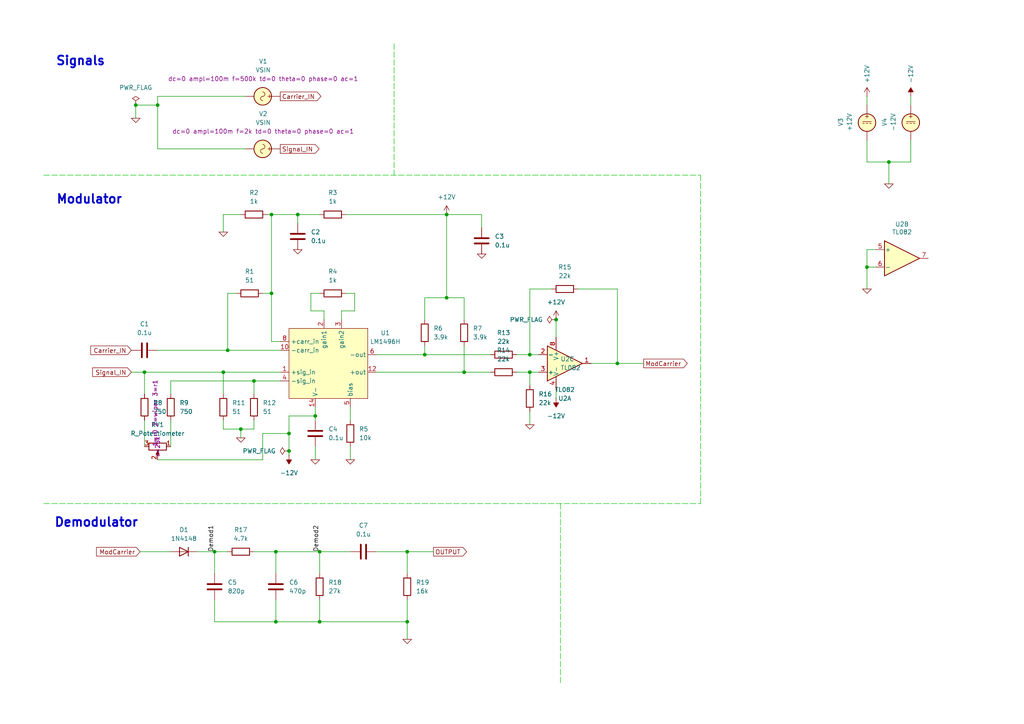
<source format=kicad_sch>
(kicad_sch (version 20231120) (generator "eeschema") (generator_version "8.0")
  (paper "A4")
  (title_block (title "AM_Modulation_Demodulation(LAB)") (date "2024-04-27") (rev "0") (company "TasosFrago"))
  (lib_symbols
    (symbol "Amplifier_Operational:TL082" (pin_names (offset 0.127))
      (property "Reference" "U" (at 0 5.08 0))
      (property "Value" "TL082" (at 0 -5.08 0))
      (symbol "TL082_1_1"
        (polyline (pts (xy -5.08 5.08) (xy 5.08 0) (xy -5.08 -5.08) (xy -5.08 5.08)) (stroke (width 0.254)) (fill (type background)))
        (pin output line (at 7.62 0 180) (length 2.54) (name "~") (number "1"))
        (pin input line (at -7.62 -2.54 0) (length 2.54) (name "-") (number "2"))
        (pin input line (at -7.62 2.54 0) (length 2.54) (name "+") (number "3"))
      )
      (symbol "TL082_2_1"
        (polyline (pts (xy -5.08 5.08) (xy 5.08 0) (xy -5.08 -5.08) (xy -5.08 5.08)) (stroke (width 0.254)) (fill (type background)))
        (pin input line (at -7.62 2.54 0) (length 2.54) (name "+") (number "5"))
        (pin input line (at -7.62 -2.54 0) (length 2.54) (name "-") (number "6"))
        (pin output line (at 7.62 0 180) (length 2.54) (name "~") (number "7"))
      )
      (symbol "TL082_3_1"
        (pin power_in line (at -2.54 -7.62 90) (length 3.81) (name "V-") (number "4"))
        (pin power_in line (at -2.54 7.62 270) (length 3.81) (name "V+") (number "8"))
      )
    )
    (symbol "Device:C" (pin_numbers hide) (pin_names (offset 0.254))
      (property "Reference" "C" (at 0.635 2.54 0))
      (property "Value" "C" (at 0.635 -2.54 0))
      (symbol "C_0_1"
        (polyline (pts (xy -2.032 -0.762) (xy 2.032 -0.762)) (stroke (width 0.508)))
        (polyline (pts (xy -2.032 0.762) (xy 2.032 0.762)) (stroke (width 0.508)))
      )
      (symbol "C_1_1"
        (pin passive line (at 0 3.81 270) (length 2.794) (name "~") (number "1"))
        (pin passive line (at 0 -3.81 90) (length 2.794) (name "~") (number "2"))
      )
    )
    (symbol "Device:R" (pin_numbers hide) (pin_names (offset 0))
      (property "Reference" "R" (at 2.032 0 90))
      (property "Value" "R" (at 0 0 90))
      (symbol "R_0_1"
        (rectangle (start -1.016 -2.54) (end 1.016 2.54) (stroke (width 0.254)))
      )
      (symbol "R_1_1"
        (pin passive line (at 0 3.81 270) (length 1.27) (name "~") (number "1"))
        (pin passive line (at 0 -3.81 90) (length 1.27) (name "~") (number "2"))
      )
    )
    (symbol "Device:R_Potentiometer" (pin_names (offset 1.016) hide)
      (property "Reference" "RV" (at -4.445 0 90))
      (property "Value" "R_Potentiometer" (at -2.54 0 90))
      (symbol "R_Potentiometer_0_1"
        (polyline (pts (xy 2.54 0) (xy 1.524 0)))
        (polyline (pts (xy 1.143 0) (xy 2.286 0.508) (xy 2.286 -0.508) (xy 1.143 0)) (fill (type outline)))
        (rectangle (start 1.016 2.54) (end -1.016 -2.54) (stroke (width 0.254)))
      )
      (symbol "R_Potentiometer_1_1"
        (pin passive line (at 0 3.81 270) (length 1.27) (name "1") (number "1"))
        (pin passive line (at 3.81 0 180) (length 1.27) (name "2") (number "2"))
        (pin passive line (at 0 -3.81 90) (length 1.27) (name "3") (number "3"))
      )
    )
    (symbol "Diode:1N4148" (pin_numbers hide) (pin_names hide)
      (property "Reference" "D" (at 0 2.54 0))
      (property "Value" "1N4148" (at 0 -2.54 0))
      (symbol "1N4148_0_1"
        (polyline (pts (xy -1.27 1.27) (xy -1.27 -1.27)) (stroke (width 0.254)))
        (polyline (pts (xy 1.27 0) (xy -1.27 0)))
        (polyline (pts (xy 1.27 1.27) (xy 1.27 -1.27) (xy -1.27 0) (xy 1.27 1.27)) (stroke (width 0.254)))
      )
      (symbol "1N4148_1_1"
        (pin passive line (at -3.81 0 0) (length 2.54) (name "K") (number "1"))
        (pin passive line (at 3.81 0 180) (length 2.54) (name "A") (number "2"))
      )
    )
    (symbol "LM1496H:LM1496H"
      (property "Reference" "U" (at 0 0 0))
      (property "Value" "LM1496H" (at 0 0 0))
      (symbol "LM1496H_1_1"
        (rectangle (start -11.43 10.16) (end 11.43 -10.16) (fill (type background)))
        (pin input line (at -13.97 -2.54 0) (length 2.54) (name "+sig_in") (number "1"))
        (pin input line (at -13.97 3.81 0) (length 2.54) (name "-carr_in") (number "10"))
        (pin output line (at 13.97 -2.54 180) (length 2.54) (name "+out") (number "12"))
        (pin input line (at -3.81 -12.7 90) (length 2.54) (name "V-") (number "14"))
        (pin passive line (at -1.27 12.7 270) (length 2.54) (name "gain1") (number "2"))
        (pin passive line (at 3.81 12.7 270) (length 2.54) (name "gain2") (number "3"))
        (pin input line (at -13.97 -5.08 0) (length 2.54) (name "-sig_in") (number "4"))
        (pin passive line (at 6.35 -12.7 90) (length 2.54) (name "bias") (number "5"))
        (pin output line (at 13.97 2.54 180) (length 2.54) (name "-out") (number "6"))
        (pin input line (at -13.97 6.35 0) (length 2.54) (name "+carr_in") (number "8"))
      )
    )
    (symbol "Simulation_SPICE:0" (power) (pin_numbers hide) (pin_names (offset 0) hide)
      (property "Value" "0" (at 0 -2.54 0))
      (symbol "0_0_1"
        (polyline (pts (xy -1.27 0) (xy 0 -1.27) (xy 1.27 0) (xy -1.27 0)))
      )
      (symbol "0_1_1"
        (pin power_in line (at 0 0 0) (length 0) (name "~") (number "1"))
      )
    )
    (symbol "Simulation_SPICE:VDC" (pin_numbers hide) (pin_names (offset 0.0254))
      (property "Reference" "V" (at 2.54 2.54 0))
      (property "Value" "1" (at 2.54 0 0))
      (symbol "VDC_0_0"
        (polyline (pts (xy -1.27 0.254) (xy 1.27 0.254)))
        (polyline (pts (xy -0.762 -0.254) (xy -1.27 -0.254)))
        (polyline (pts (xy 0.254 -0.254) (xy -0.254 -0.254)))
        (polyline (pts (xy 1.27 -0.254) (xy 0.762 -0.254)))
        (text "+" (at 0 1.905 0) (effects (font (size 1.27 1.27))))
      )
      (symbol "VDC_0_1"
        (circle (center 0 0) (radius 2.54) (stroke (width 0.254)) (fill (type background)))
      )
      (symbol "VDC_1_1"
        (pin passive line (at 0 5.08 270) (length 2.54) (name "~") (number "1"))
        (pin passive line (at 0 -5.08 90) (length 2.54) (name "~") (number "2"))
      )
    )
    (symbol "Simulation_SPICE:VSIN" (pin_numbers hide) (pin_names (offset 0.0254))
      (property "Reference" "V" (at 2.54 2.54 0))
      (property "Value" "VSIN" (at 2.54 0 0))
      (property "Sim.Params" "dc=0 ampl=1 f=1k ac=1" (at 2.54 -2.54 0))
      (symbol "VSIN_0_0"
        (arc (start 0 0) (mid -0.635 0.6323) (end -1.27 0))
        (arc (start 0 0) (mid 0.635 -0.6323) (end 1.27 0))
        (text "+" (at 0 1.905 0) (effects (font (size 1.27 1.27))))
      )
      (symbol "VSIN_0_1"
        (circle (center 0 0) (radius 2.54) (stroke (width 0.254)) (fill (type background)))
      )
      (symbol "VSIN_1_1"
        (pin passive line (at 0 5.08 270) (length 2.54) (name "~") (number "1"))
        (pin passive line (at 0 -5.08 90) (length 2.54) (name "~") (number "2"))
      )
    )
    (symbol "power:+12V" (power) (pin_numbers hide) (pin_names (offset 0) hide)
      (property "Value" "+12V" (at 0 3.556 0))
      (symbol "+12V_0_1"
        (polyline (pts (xy -0.762 1.27) (xy 0 2.54)))
        (polyline (pts (xy 0 0) (xy 0 2.54)))
        (polyline (pts (xy 0 2.54) (xy 0.762 1.27)))
      )
      (symbol "+12V_1_1"
        (pin power_in line (at 0 0 90) (length 0) (name "~") (number "1"))
      )
    )
    (symbol "power:-12V" (power) (pin_numbers hide) (pin_names (offset 0) hide)
      (property "Value" "-12V" (at 0 3.556 0))
      (symbol "-12V_0_0"
        (pin power_in line (at 0 0 90) (length 0) (name "~") (number "1"))
      )
      (symbol "-12V_0_1"
        (polyline (pts (xy 0 0) (xy 0 1.27) (xy 0.762 1.27) (xy 0 2.54) (xy -0.762 1.27) (xy 0 1.27)) (fill (type outline)))
      )
    )
    (symbol "power:PWR_FLAG" (power) (pin_numbers hide) (pin_names (offset 0) hide)
      (property "Value" "PWR_FLAG" (at 0 3.81 0))
      (symbol "PWR_FLAG_0_0"
        (pin power_out line (at 0 0 90) (length 0) (name "~") (number "1"))
      )
      (symbol "PWR_FLAG_0_1"
        (polyline (pts (xy 0 0) (xy 0 1.27) (xy -1.016 1.905) (xy 0 2.54) (xy 1.016 1.905) (xy 0 1.27)))
      )
    )
  )
  (junction (at 123.19 102.87))
  (junction (at 92.71 180.34))
  (junction (at 134.62 107.95))
  (junction (at 83.82 130.81))
  (junction (at 83.82 125.73))
  (junction (at 251.46 77.47))
  (junction (at 86.36 62.23))
  (junction (at 129.54 62.23))
  (junction (at 39.37 30.48))
  (junction (at 153.67 107.95))
  (junction (at 161.29 92.71))
  (junction (at 257.81 46.99))
  (junction (at 78.74 62.23))
  (junction (at 179.07 105.41))
  (junction (at 64.77 107.95))
  (junction (at 118.11 180.34))
  (junction (at 80.01 180.34))
  (junction (at 92.71 160.02))
  (junction (at 153.67 102.87))
  (junction (at 45.72 30.48))
  (junction (at 80.01 160.02))
  (junction (at 129.54 86.36))
  (junction (at 118.11 160.02))
  (junction (at 62.23 160.02))
  (junction (at 41.91 107.95))
  (junction (at 69.85 124.46))
  (junction (at 78.74 85.09))
  (junction (at 91.44 120.65))
  (junction (at 66.04 101.6))
  (junction (at 73.66 110.49))
  (wire (pts (xy 101.6 118.11) (xy 101.6 121.92)))
  (wire (pts (xy 134.62 107.95) (xy 134.62 100.33)))
  (polyline (pts (xy 114.3 12.7) (xy 114.3 50.8)) (stroke (width 0) (type dash) (color 0 194 0 1)))
  (wire (pts (xy 153.67 107.95) (xy 156.21 107.95)))
  (wire (pts (xy 78.74 62.23) (xy 77.47 62.23)))
  (wire (pts (xy 62.23 160.02) (xy 66.04 160.02)))
  (wire (pts (xy 129.54 62.23) (xy 129.54 86.36)))
  (wire (pts (xy 134.62 92.71) (xy 134.62 86.36)))
  (wire (pts (xy 73.66 121.92) (xy 73.66 124.46)))
  (wire (pts (xy 251.46 72.39) (xy 251.46 77.47)))
  (wire (pts (xy 73.66 124.46) (xy 69.85 124.46)))
  (wire (pts (xy 139.7 62.23) (xy 129.54 62.23)))
  (wire (pts (xy 78.74 85.09) (xy 78.74 62.23)))
  (wire (pts (xy 76.2 125.73) (xy 83.82 125.73)))
  (wire (pts (xy 257.81 46.99) (xy 257.81 53.34)))
  (wire (pts (xy 80.01 173.99) (xy 80.01 180.34)))
  (wire (pts (xy 71.12 27.94) (xy 45.72 27.94)))
  (wire (pts (xy 64.77 107.95) (xy 81.28 107.95)))
  (wire (pts (xy 66.04 101.6) (xy 66.04 85.09)))
  (wire (pts (xy 62.23 160.02) (xy 62.23 166.37)))
  (wire (pts (xy 80.01 180.34) (xy 92.71 180.34)))
  (wire (pts (xy 83.82 132.08) (xy 83.82 130.81)))
  (wire (pts (xy 83.82 130.81) (xy 83.82 125.73)))
  (wire (pts (xy 254 72.39) (xy 251.46 72.39)))
  (wire (pts (xy 153.67 119.38) (xy 153.67 123.19)))
  (wire (pts (xy 86.36 62.23) (xy 86.36 64.77)))
  (wire (pts (xy 134.62 107.95) (xy 142.24 107.95)))
  (wire (pts (xy 80.01 160.02) (xy 73.66 160.02)))
  (wire (pts (xy 66.04 85.09) (xy 68.58 85.09)))
  (wire (pts (xy 101.6 129.54) (xy 101.6 133.35)))
  (wire (pts (xy 92.71 166.37) (xy 92.71 160.02)))
  (wire (pts (xy 45.72 27.94) (xy 45.72 30.48)))
  (wire (pts (xy 179.07 83.82) (xy 167.64 83.82)))
  (wire (pts (xy 264.16 46.99) (xy 257.81 46.99)))
  (wire (pts (xy 90.17 85.09) (xy 92.71 85.09)))
  (wire (pts (xy 45.72 43.18) (xy 71.12 43.18)))
  (wire (pts (xy 92.71 173.99) (xy 92.71 180.34)))
  (wire (pts (xy 83.82 120.65) (xy 91.44 120.65)))
  (wire (pts (xy 257.81 46.99) (xy 251.46 46.99)))
  (wire (pts (xy 179.07 105.41) (xy 186.69 105.41)))
  (wire (pts (xy 49.53 110.49) (xy 49.53 114.3)))
  (wire (pts (xy 153.67 102.87) (xy 156.21 102.87)))
  (wire (pts (xy 86.36 62.23) (xy 92.71 62.23)))
  (wire (pts (xy 64.77 107.95) (xy 64.77 114.3)))
  (wire (pts (xy 91.44 118.11) (xy 91.44 120.65)))
  (wire (pts (xy 251.46 46.99) (xy 251.46 40.64)))
  (wire (pts (xy 64.77 62.23) (xy 69.85 62.23)))
  (wire (pts (xy 90.17 90.17) (xy 90.17 85.09)))
  (wire (pts (xy 129.54 62.23) (xy 100.33 62.23)))
  (wire (pts (xy 80.01 180.34) (xy 62.23 180.34)))
  (wire (pts (xy 129.54 86.36) (xy 123.19 86.36)))
  (wire (pts (xy 123.19 102.87) (xy 142.24 102.87)))
  (wire (pts (xy 64.77 124.46) (xy 64.77 121.92)))
  (wire (pts (xy 81.28 99.06) (xy 78.74 99.06)))
  (wire (pts (xy 102.87 85.09) (xy 100.33 85.09)))
  (wire (pts (xy 45.72 30.48) (xy 45.72 43.18)))
  (wire (pts (xy 161.29 92.71) (xy 161.29 97.79)))
  (wire (pts (xy 171.45 105.41) (xy 179.07 105.41)))
  (wire (pts (xy 118.11 160.02) (xy 109.22 160.02)))
  (wire (pts (xy 109.22 107.95) (xy 134.62 107.95)))
  (wire (pts (xy 153.67 107.95) (xy 149.86 107.95)))
  (wire (pts (xy 251.46 77.47) (xy 254 77.47)))
  (wire (pts (xy 102.87 90.17) (xy 102.87 85.09)))
  (wire (pts (xy 69.85 124.46) (xy 69.85 127)))
  (wire (pts (xy 80.01 160.02) (xy 92.71 160.02)))
  (wire (pts (xy 118.11 160.02) (xy 118.11 166.37)))
  (polyline (pts (xy 12.7 146.05) (xy 203.2 146.05)) (stroke (width 0) (type dash) (color 0 194 0 1)))
  (wire (pts (xy 179.07 105.41) (xy 179.07 83.82)))
  (wire (pts (xy 83.82 125.73) (xy 83.82 120.65)))
  (wire (pts (xy 93.98 92.71) (xy 93.98 90.17)))
  (wire (pts (xy 92.71 180.34) (xy 118.11 180.34)))
  (wire (pts (xy 57.15 160.02) (xy 62.23 160.02)))
  (wire (pts (xy 123.19 102.87) (xy 123.19 100.33)))
  (wire (pts (xy 81.28 110.49) (xy 73.66 110.49)))
  (wire (pts (xy 153.67 83.82) (xy 153.67 102.87)))
  (wire (pts (xy 99.06 92.71) (xy 99.06 90.17)))
  (wire (pts (xy 41.91 107.95) (xy 41.91 114.3)))
  (wire (pts (xy 39.37 30.48) (xy 45.72 30.48)))
  (wire (pts (xy 39.37 30.48) (xy 39.37 34.29)))
  (wire (pts (xy 118.11 173.99) (xy 118.11 180.34)))
  (wire (pts (xy 45.72 101.6) (xy 66.04 101.6)))
  (wire (pts (xy 92.71 160.02) (xy 101.6 160.02)))
  (polyline (pts (xy 12.7 50.8) (xy 203.2 50.8)) (stroke (width 0) (type dash) (color 0 194 0 1)))
  (wire (pts (xy 62.23 180.34) (xy 62.23 173.99)))
  (wire (pts (xy 264.16 40.64) (xy 264.16 46.99)))
  (wire (pts (xy 38.1 107.95) (xy 41.91 107.95)))
  (wire (pts (xy 91.44 129.54) (xy 91.44 133.35)))
  (wire (pts (xy 69.85 124.46) (xy 64.77 124.46)))
  (wire (pts (xy 40.64 160.02) (xy 49.53 160.02)))
  (wire (pts (xy 41.91 107.95) (xy 64.77 107.95)))
  (wire (pts (xy 134.62 86.36) (xy 129.54 86.36)))
  (wire (pts (xy 41.91 121.92) (xy 41.91 129.54)))
  (wire (pts (xy 139.7 66.04) (xy 139.7 62.23)))
  (wire (pts (xy 153.67 111.76) (xy 153.67 107.95)))
  (wire (pts (xy 91.44 120.65) (xy 91.44 121.92)))
  (wire (pts (xy 45.72 133.35) (xy 76.2 133.35)))
  (wire (pts (xy 125.73 160.02) (xy 118.11 160.02)))
  (wire (pts (xy 49.53 121.92) (xy 49.53 129.54)))
  (wire (pts (xy 93.98 90.17) (xy 90.17 90.17)))
  (wire (pts (xy 160.02 83.82) (xy 153.67 83.82)))
  (wire (pts (xy 99.06 90.17) (xy 102.87 90.17)))
  (wire (pts (xy 66.04 101.6) (xy 81.28 101.6)))
  (wire (pts (xy 76.2 85.09) (xy 78.74 85.09)))
  (wire (pts (xy 123.19 86.36) (xy 123.19 92.71)))
  (wire (pts (xy 149.86 102.87) (xy 153.67 102.87)))
  (wire (pts (xy 251.46 77.47) (xy 251.46 83.82)))
  (wire (pts (xy 161.29 113.03) (xy 161.29 115.57)))
  (wire (pts (xy 73.66 110.49) (xy 73.66 114.3)))
  (wire (pts (xy 73.66 110.49) (xy 49.53 110.49)))
  (wire (pts (xy 264.16 27.94) (xy 264.16 30.48)))
  (polyline (pts (xy 203.2 50.8) (xy 203.2 146.05)) (stroke (width 0) (type dash) (color 0 194 0 1)))
  (wire (pts (xy 76.2 133.35) (xy 76.2 125.73)))
  (polyline (pts (xy 162.56 146.05) (xy 162.56 198.12)) (stroke (width 0) (type dash) (color 0 194 0 1)))
  (wire (pts (xy 109.22 102.87) (xy 123.19 102.87)))
  (wire (pts (xy 78.74 99.06) (xy 78.74 85.09)))
  (wire (pts (xy 118.11 180.34) (xy 118.11 185.42)))
  (wire (pts (xy 251.46 27.94) (xy 251.46 30.48)))
  (wire (pts (xy 64.77 67.31) (xy 64.77 62.23)))
  (wire (pts (xy 78.74 62.23) (xy 86.36 62.23)))
  (wire (pts (xy 80.01 166.37) (xy 80.01 160.02)))
  (text "Demodulator" (at 27.94 151.638 0) (effects (font (size 2.54 2.54) (bold yes))))
  (text "Signals" (at 23.368 17.78 0) (effects (font (size 2.54 2.54) (bold yes))))
  (text "Modulator" (at 25.908 57.912 0) (effects (font (size 2.54 2.54) (thickness 0.508) (bold yes))))
  (label "Demod2" (at 92.71 160.02 90))
  (label "Demod1" (at 62.23 160.02 90))
  (global_label "ModCarrier" (shape input) (at 40.64 160.02 180) (property "Intersheetrefs" "${INTERSHEET_REFS}" (effects (hide yes))))
  (global_label "Signal_IN" (shape output) (at 81.28 43.18 0) (property "Intersheetrefs" "${INTERSHEET_REFS}" (effects (hide yes))))
  (global_label "Signal_IN" (shape input) (at 38.1 107.95 180) (property "Intersheetrefs" "${INTERSHEET_REFS}" (effects (hide yes))))
  (global_label "Carrier_IN" (shape input) (at 38.1 101.6 180) (property "Intersheetrefs" "${INTERSHEET_REFS}" (effects (hide yes))))
  (global_label "OUTPUT" (shape output) (at 125.73 160.02 0) (property "Intersheetrefs" "${INTERSHEET_REFS}" (effects (hide yes))))
  (global_label "Carrier_IN" (shape output) (at 81.28 27.94 0) (property "Intersheetrefs" "${INTERSHEET_REFS}" (effects (hide yes))))
  (global_label "ModCarrier" (shape output) (at 186.69 105.41 0) (property "Intersheetrefs" "${INTERSHEET_REFS}" (effects (hide yes))))
  (symbol (lib_id "power:+12V") (at 129.54 62.23 0) (unit 1)
    (property "Reference" "#PWR02" (effects (hide yes)))
    (property "Value" "+12V" (at 129.54 57.15 0))
    (property "Description" "Power symbol creates a global label with name \"+12V\"" (effects (hide yes)))
  )
  (symbol (lib_id "Device:R") (at 64.77 118.11 180) (unit 1)
    (property "Reference" "R11" (at 67.31 116.8399 0) (effects (justify right)))
    (property "Value" "51" (at 67.31 119.3799 0) (effects (justify right)))
    (property "Description" "Resistor" (effects (hide yes)))
  )
  (symbol (lib_id "Device:R_Potentiometer") (at 45.72 129.54 270) (unit 1)
    (property "Reference" "RV1" (at 45.72 123.19 90))
    (property "Value" "R_Potentiometer" (at 45.72 125.73 90))
    (property "Description" "Potentiometer" (effects (hide yes)))
    (property "Sim.Device" "R" (effects (hide yes)))
    (property "Sim.Type" "POT" (effects (hide yes)))
    (property "Sim.Pins" "1=r0 2=wiper 3=r1" (at 45.72 129.54 0) (effects (justify right top)))
    (property "Sim.Params" "r=25k" (at 45.72 129.54 0))
  )
  (symbol (lib_id "power:PWR_FLAG") (at 83.82 130.81 90) (unit 1)
    (property "Reference" "#FLG03" (effects (hide yes)))
    (property "Value" "PWR_FLAG" (at 80.01 130.8099 90) (effects (justify left)))
    (property "Description" "Special symbol for telling ERC where power comes from" (effects (hide yes)))
  )
  (symbol (lib_id "power:-12V") (at 161.29 115.57 180) (unit 1)
    (property "Reference" "#PWR04" (effects (hide yes)))
    (property "Value" "-12V" (at 161.29 120.65 0))
    (property "Description" "Power symbol creates a global label with name \"-12V\"" (effects (hide yes)))
  )
  (symbol (lib_id "power:-12V") (at 264.16 27.94 0) (unit 1)
    (property "Reference" "#PWR05" (effects (hide yes)))
    (property "Value" "-12V" (at 264.1599 24.13 90) (effects (justify left)))
    (property "Description" "Power symbol creates a global label with name \"-12V\"" (effects (hide yes)))
  )
  (symbol (lib_id "power:+12V") (at 161.29 92.71 0) (unit 1)
    (property "Reference" "#PWR03" (effects (hide yes)))
    (property "Value" "+12V" (at 161.29 87.63 0))
    (property "Description" "Power symbol creates a global label with name \"+12V\"" (effects (hide yes)))
  )
  (symbol (lib_id "power:PWR_FLAG") (at 161.29 92.71 90) (unit 1)
    (property "Reference" "#FLG01" (effects (hide yes)))
    (property "Value" "PWR_FLAG" (at 157.48 92.7099 90) (effects (justify left)))
    (property "Description" "Special symbol for telling ERC where power comes from" (effects (hide yes)))
  )
  (symbol (lib_id "Device:C") (at 86.36 68.58 0) (unit 1)
    (property "Reference" "C2" (at 90.17 67.3099 0) (effects (justify left)))
    (property "Value" "0.1u" (at 90.17 69.8499 0) (effects (justify left)))
    (property "Description" "Unpolarized capacitor" (effects (hide yes)))
  )
  (symbol (lib_id "Device:R") (at 146.05 102.87 90) (unit 1)
    (property "Reference" "R13" (at 146.05 96.52 90))
    (property "Value" "22k" (at 146.05 99.06 90))
    (property "Description" "Resistor" (effects (hide yes)))
  )
  (symbol (lib_id "Simulation_SPICE:0") (at 39.37 34.29 0) (unit 1)
    (property "Reference" "#GND08" (effects (hide yes)))
    (property "Value" "0" (effects (hide yes)))
    (property "Datasheet" "https://ngspice.sourceforge.io/docs/ngspice-html-manual/manual.xhtml#subsec_Circuit_elements__device" (effects (hide yes)))
    (property "Description" "0V reference potential for simulation" (effects (hide yes)))
  )
  (symbol (lib_id "Simulation_SPICE:0") (at 101.6 133.35 0) (unit 1)
    (property "Reference" "#GND04" (effects (hide yes)))
    (property "Value" "0" (effects (hide yes)))
    (property "Datasheet" "https://ngspice.sourceforge.io/docs/ngspice-html-manual/manual.xhtml#subsec_Circuit_elements__device" (effects (hide yes)))
    (property "Description" "0V reference potential for simulation" (effects (hide yes)))
  )
  (symbol (lib_id "Simulation_SPICE:0") (at 64.77 67.31 0) (unit 1)
    (property "Reference" "#GND03" (effects (hide yes)))
    (property "Value" "0" (effects (hide yes)))
    (property "Datasheet" "https://ngspice.sourceforge.io/docs/ngspice-html-manual/manual.xhtml#subsec_Circuit_elements__device" (effects (hide yes)))
    (property "Description" "0V reference potential for simulation" (effects (hide yes)))
  )
  (symbol (lib_id "Simulation_SPICE:VSIN") (at 76.2 27.94 270) (unit 1)
    (property "Reference" "V1" (at 76.3298 17.78 90))
    (property "Value" "VSIN" (at 76.3298 20.32 90))
    (property "Datasheet" "https://ngspice.sourceforge.io/docs/ngspice-html-manual/manual.xhtml#sec_Independent_Sources_for" (effects (hide yes)))
    (property "Description" "Voltage source, sinusoidal" (effects (hide yes)))
    (property "Sim.Pins" "1=+ 2=-" (effects (hide yes)))
    (property "Sim.Params" "dc=0 ampl=100m f=500k td=0 theta=0 phase=0 ac=1" (at 76.3298 22.86 90))
    (property "Sim.Type" "SIN" (effects (hide yes)))
    (property "Sim.Device" "V" (effects (hide yes)))
  )
  (symbol (lib_id "Device:R") (at 101.6 125.73 180) (unit 1)
    (property "Reference" "R5" (at 104.14 124.4599 0) (effects (justify right)))
    (property "Value" "10k" (at 104.14 126.9999 0) (effects (justify right)))
    (property "Description" "Resistor" (effects (hide yes)))
  )
  (symbol (lib_id "power:-12V") (at 83.82 132.08 180) (unit 1)
    (property "Reference" "#PWR01" (effects (hide yes)))
    (property "Value" "-12V" (at 83.82 137.16 0))
    (property "Description" "Power symbol creates a global label with name \"-12V\"" (effects (hide yes)))
  )
  (symbol (lib_id "Simulation_SPICE:0") (at 86.36 72.39 0) (unit 1)
    (property "Reference" "#GND02" (effects (hide yes)))
    (property "Value" "0" (effects (hide yes)))
    (property "Datasheet" "https://ngspice.sourceforge.io/docs/ngspice-html-manual/manual.xhtml#subsec_Circuit_elements__device" (effects (hide yes)))
    (property "Description" "0V reference potential for simulation" (effects (hide yes)))
  )
  (symbol (lib_id "Device:R") (at 73.66 118.11 180) (unit 1)
    (property "Reference" "R12" (at 76.2 116.8399 0) (effects (justify right)))
    (property "Value" "51" (at 76.2 119.3799 0) (effects (justify right)))
    (property "Description" "Resistor" (effects (hide yes)))
  )
  (symbol (lib_id "Device:R") (at 96.52 85.09 90) (unit 1)
    (property "Reference" "R4" (at 96.52 78.74 90))
    (property "Value" "1k" (at 96.52 81.28 90))
    (property "Description" "Resistor" (effects (hide yes)))
    (property "Sim.Device" "R" (effects (hide yes)))
    (property "Sim.Pins" "1=+ 2=-" (effects (hide yes)))
  )
  (symbol (lib_id "Simulation_SPICE:VDC") (at 251.46 35.56 0) (unit 1)
    (property "Reference" "V3" (at 243.84 35.4302 90))
    (property "Value" "+12V" (at 246.38 35.4302 90))
    (property "Datasheet" "https://ngspice.sourceforge.io/docs/ngspice-html-manual/manual.xhtml#sec_Independent_Sources_for" (effects (hide yes)))
    (property "Description" "Voltage source, DC" (effects (hide yes)))
    (property "Sim.Pins" "1=+ 2=-" (effects (hide yes)))
    (property "Sim.Type" "DC" (effects (hide yes)))
    (property "Sim.Device" "V" (effects (hide yes)))
  )
  (symbol (lib_id "Simulation_SPICE:0") (at 91.44 133.35 0) (unit 1)
    (property "Reference" "#GND05" (effects (hide yes)))
    (property "Value" "0" (effects (hide yes)))
    (property "Datasheet" "https://ngspice.sourceforge.io/docs/ngspice-html-manual/manual.xhtml#subsec_Circuit_elements__device" (effects (hide yes)))
    (property "Description" "0V reference potential for simulation" (effects (hide yes)))
  )
  (symbol (lib_id "Simulation_SPICE:0") (at 257.81 53.34 0) (unit 1)
    (property "Reference" "#GND09" (effects (hide yes)))
    (property "Value" "0" (effects (hide yes)))
    (property "Datasheet" "https://ngspice.sourceforge.io/docs/ngspice-html-manual/manual.xhtml#subsec_Circuit_elements__device" (effects (hide yes)))
    (property "Description" "0V reference potential for simulation" (effects (hide yes)))
  )
  (symbol (lib_id "power:+12V") (at 251.46 27.94 0) (unit 1)
    (property "Reference" "#PWR06" (effects (hide yes)))
    (property "Value" "+12V" (at 251.4599 24.13 90) (effects (justify left)))
    (property "Description" "Power symbol creates a global label with name \"+12V\"" (effects (hide yes)))
  )
  (symbol (lib_id "Device:R") (at 73.66 62.23 90) (unit 1)
    (property "Reference" "R2" (at 73.66 55.88 90))
    (property "Value" "1k" (at 73.66 58.42 90))
    (property "Description" "Resistor" (effects (hide yes)))
  )
  (symbol (lib_id "Device:C") (at 41.91 101.6 90) (unit 1)
    (property "Reference" "C1" (at 41.91 93.98 90))
    (property "Value" "0.1u" (at 41.91 96.52 90))
    (property "Description" "Unpolarized capacitor" (effects (hide yes)))
  )
  (symbol (lib_id "Device:R") (at 72.39 85.09 90) (unit 1)
    (property "Reference" "R1" (at 72.39 78.74 90))
    (property "Value" "51" (at 72.39 81.28 90))
    (property "Description" "Resistor" (effects (hide yes)))
  )
  (symbol (lib_id "Device:R") (at 49.53 118.11 0) (unit 1)
    (property "Reference" "R9" (at 52.07 116.8399 0) (effects (justify left)))
    (property "Value" "750" (at 52.07 119.3799 0) (effects (justify left)))
    (property "Description" "Resistor" (effects (hide yes)))
  )
  (symbol (lib_id "Device:R") (at 123.19 96.52 180) (unit 1)
    (property "Reference" "R6" (at 125.73 95.2499 0) (effects (justify right)))
    (property "Value" "3.9k" (at 125.73 97.7899 0) (effects (justify right)))
    (property "Description" "Resistor" (effects (hide yes)))
  )
  (symbol (lib_id "Amplifier_Operational:TL082") (at 163.83 105.41 0) (mirror x) (unit 1)
    (property "Reference" "U2" (at 163.83 115.57 0))
    (property "Value" "TL082" (at 163.83 113.03 0))
    (property "Datasheet" "http://www.ti.com/lit/ds/symlink/tl081.pdf" (effects (hide yes)))
    (property "Description" "Dual JFET-Input Operational Amplifiers, DIP-8/SOIC-8/SSOP-8" (effects (hide yes)))
    (property "Sim.Library" "lib/TL082.301" (effects (hide yes)))
    (property "Sim.Name" "TL082" (effects (hide yes)))
    (property "Sim.Device" "SUBCKT" (effects (hide yes)))
    (property "Sim.Pins" "1=5 2=2 3=1 4=4 8=3" (effects (hide yes)))
  )
  (symbol (lib_id "Simulation_SPICE:VDC") (at 264.16 35.56 0) (unit 1)
    (property "Reference" "V4" (at 256.54 35.4302 90))
    (property "Value" "-12V" (at 259.08 35.4302 90))
    (property "Datasheet" "https://ngspice.sourceforge.io/docs/ngspice-html-manual/manual.xhtml#sec_Independent_Sources_for" (effects (hide yes)))
    (property "Description" "Voltage source, DC" (effects (hide yes)))
    (property "Sim.Pins" "1=+ 2=-" (effects (hide yes)))
    (property "Sim.Type" "DC" (effects (hide yes)))
    (property "Sim.Device" "V" (effects (hide yes)))
  )
  (symbol (lib_id "Device:R") (at 92.71 170.18 180) (unit 1)
    (property "Reference" "R18" (at 95.25 168.9099 0) (effects (justify right)))
    (property "Value" "27k" (at 95.25 171.4499 0) (effects (justify right)))
    (property "Description" "Resistor" (effects (hide yes)))
  )
  (symbol (lib_id "Device:C") (at 91.44 125.73 0) (unit 1)
    (property "Reference" "C4" (at 95.25 124.4599 0) (effects (justify left)))
    (property "Value" "0.1u" (at 95.25 126.9999 0) (effects (justify left)))
    (property "Description" "Unpolarized capacitor" (effects (hide yes)))
  )
  (symbol (lib_id "Device:R") (at 146.05 107.95 90) (unit 1)
    (property "Reference" "R14" (at 146.05 101.6 90))
    (property "Value" "22k" (at 146.05 104.14 90))
    (property "Description" "Resistor" (effects (hide yes)))
  )
  (symbol (lib_id "Simulation_SPICE:0") (at 251.46 83.82 0) (unit 1)
    (property "Reference" "#GND011" (effects (hide yes)))
    (property "Value" "0" (effects (hide yes)))
    (property "Datasheet" "https://ngspice.sourceforge.io/docs/ngspice-html-manual/manual.xhtml#subsec_Circuit_elements__device" (effects (hide yes)))
    (property "Description" "0V reference potential for simulation" (effects (hide yes)))
  )
  (symbol (lib_id "Diode:1N4148") (at 53.34 160.02 180) (unit 1)
    (property "Reference" "D1" (at 53.34 153.67 0))
    (property "Value" "1N4148" (at 53.34 156.21 0))
    (property "Footprint" "Diode_THT:D_DO-35_SOD27_P7.62mm_Horizontal" (effects (hide yes)))
    (property "Datasheet" "https://assets.nexperia.com/documents/data-sheet/1N4148_1N4448.pdf" (effects (hide yes)))
    (property "Description" "100V 0.15A standard switching diode, DO-35" (effects (hide yes)))
    (property "Sim.Device" "D" (effects (hide yes)))
    (property "Sim.Pins" "1=K 2=A" (effects (hide yes)))
    (property "Sim.Params" "temp=25" (effects (hide yes)))
  )
  (symbol (lib_id "LM1496H:LM1496H") (at 95.25 105.41 0) (unit 1)
    (property "Reference" "U1" (at 111.76 96.5514 0))
    (property "Value" "LM1496H" (at 111.76 99.0914 0))
    (property "Datasheet" "https://pdf.datasheetcatalog.com/datasheets/166/64015_DS.pdf" (effects (hide yes)))
    (property "Sim.Library" "LM1496.lib" (effects (hide yes)))
    (property "Sim.Name" "LM1496H" (effects (hide yes)))
    (property "Sim.Device" "SUBCKT" (effects (hide yes)))
    (property "Sim.Pins" "1=1 2=2 3=3 4=4 5=5 6=6 8=8 10=10 12=12 14=14" (effects (hide yes)))
  )
  (symbol (lib_id "Device:R") (at 153.67 115.57 180) (unit 1)
    (property "Reference" "R16" (at 156.21 114.2999 0) (effects (justify right)))
    (property "Value" "22k" (at 156.21 116.8399 0) (effects (justify right)))
    (property "Description" "Resistor" (effects (hide yes)))
  )
  (symbol (lib_id "Amplifier_Operational:TL082") (at 261.62 74.93 0) (unit 2)
    (property "Reference" "U2" (at 261.62 65.024 0))
    (property "Value" "TL082" (at 261.62 67.31 0))
    (property "Datasheet" "http://www.ti.com/lit/ds/symlink/tl081.pdf" (effects (hide yes)))
    (property "Description" "Dual JFET-Input Operational Amplifiers, DIP-8/SOIC-8/SSOP-8" (effects (hide yes)))
    (property "Sim.Library" "lib/TL082.301" (effects (hide yes)))
    (property "Sim.Name" "TL082" (effects (hide yes)))
    (property "Sim.Device" "SUBCKT" (effects (hide yes)))
    (property "Sim.Pins" "1=5 2=2 3=1 4=4 8=3" (effects (hide yes)))
  )
  (symbol (lib_id "Simulation_SPICE:0") (at 139.7 73.66 0) (unit 1)
    (property "Reference" "#GND01" (effects (hide yes)))
    (property "Value" "0" (effects (hide yes)))
    (property "Datasheet" "https://ngspice.sourceforge.io/docs/ngspice-html-manual/manual.xhtml#subsec_Circuit_elements__device" (effects (hide yes)))
    (property "Description" "0V reference potential for simulation" (effects (hide yes)))
  )
  (symbol (lib_id "Device:R") (at 96.52 62.23 90) (unit 1)
    (property "Reference" "R3" (at 96.52 55.88 90))
    (property "Value" "1k" (at 96.52 58.42 90))
    (property "Description" "Resistor" (effects (hide yes)))
  )
  (symbol (lib_id "Simulation_SPICE:0") (at 153.67 123.19 0) (unit 1)
    (property "Reference" "#GND07" (effects (hide yes)))
    (property "Value" "0" (effects (hide yes)))
    (property "Datasheet" "https://ngspice.sourceforge.io/docs/ngspice-html-manual/manual.xhtml#subsec_Circuit_elements__device" (effects (hide yes)))
    (property "Description" "0V reference potential for simulation" (effects (hide yes)))
  )
  (symbol (lib_id "Device:R") (at 41.91 118.11 0) (unit 1)
    (property "Reference" "R8" (at 44.45 116.8399 0) (effects (justify left)))
    (property "Value" "750" (at 44.45 119.3799 0) (effects (justify left)))
    (property "Description" "Resistor" (effects (hide yes)))
  )
  (symbol (lib_id "Device:R") (at 118.11 170.18 180) (unit 1)
    (property "Reference" "R19" (at 120.65 168.9099 0) (effects (justify right)))
    (property "Value" "16k" (at 120.65 171.4499 0) (effects (justify right)))
    (property "Description" "Resistor" (effects (hide yes)))
  )
  (symbol (lib_id "Device:R") (at 163.83 83.82 90) (unit 1)
    (property "Reference" "R15" (at 163.83 77.47 90))
    (property "Value" "22k" (at 163.83 80.01 90))
    (property "Description" "Resistor" (effects (hide yes)))
  )
  (symbol (lib_id "Simulation_SPICE:VSIN") (at 76.2 43.18 270) (unit 1)
    (property "Reference" "V2" (at 76.3298 33.02 90))
    (property "Value" "VSIN" (at 76.3298 35.56 90))
    (property "Datasheet" "https://ngspice.sourceforge.io/docs/ngspice-html-manual/manual.xhtml#sec_Independent_Sources_for" (effects (hide yes)))
    (property "Description" "Voltage source, sinusoidal" (effects (hide yes)))
    (property "Sim.Pins" "1=+ 2=-" (effects (hide yes)))
    (property "Sim.Params" "dc=0 ampl=100m f=2k td=0 theta=0 phase=0 ac=1" (at 76.3298 38.1 90))
    (property "Sim.Type" "SIN" (effects (hide yes)))
    (property "Sim.Device" "V" (effects (hide yes)))
  )
  (symbol (lib_id "Device:C") (at 105.41 160.02 90) (unit 1)
    (property "Reference" "C7" (at 105.41 152.4 90))
    (property "Value" "0.1u" (at 105.41 154.94 90))
    (property "Description" "Unpolarized capacitor" (effects (hide yes)))
  )
  (symbol (lib_id "Device:C") (at 62.23 170.18 0) (unit 1)
    (property "Reference" "C5" (at 66.04 168.9099 0) (effects (justify left)))
    (property "Value" "820p" (at 66.04 171.4499 0) (effects (justify left)))
    (property "Description" "Unpolarized capacitor" (effects (hide yes)))
  )
  (symbol (lib_id "Device:R") (at 69.85 160.02 90) (unit 1)
    (property "Reference" "R17" (at 69.85 153.67 90))
    (property "Value" "4.7k" (at 69.85 156.21 90))
    (property "Description" "Resistor" (effects (hide yes)))
  )
  (symbol (lib_id "power:PWR_FLAG") (at 39.37 30.48 0) (unit 1)
    (property "Reference" "#FLG02" (effects (hide yes)))
    (property "Value" "PWR_FLAG" (at 39.37 25.4 0))
    (property "Description" "Special symbol for telling ERC where power comes from" (effects (hide yes)))
  )
  (symbol (lib_id "Simulation_SPICE:0") (at 118.11 185.42 0) (unit 1)
    (property "Reference" "#GND010" (effects (hide yes)))
    (property "Value" "0" (effects (hide yes)))
    (property "Datasheet" "https://ngspice.sourceforge.io/docs/ngspice-html-manual/manual.xhtml#subsec_Circuit_elements__device" (effects (hide yes)))
    (property "Description" "0V reference potential for simulation" (effects (hide yes)))
  )
  (symbol (lib_id "Amplifier_Operational:TL082") (at 163.83 105.41 0) (unit 3)
    (property "Reference" "U2" (at 162.56 104.1399 0) (effects (justify left)))
    (property "Value" "TL082" (at 162.56 106.6799 0) (effects (justify left)))
    (property "Datasheet" "http://www.ti.com/lit/ds/symlink/tl081.pdf" (effects (hide yes)))
    (property "Description" "Dual JFET-Input Operational Amplifiers, DIP-8/SOIC-8/SSOP-8" (effects (hide yes)))
    (property "Sim.Library" "lib/TL082.301" (effects (hide yes)))
    (property "Sim.Name" "TL082" (effects (hide yes)))
    (property "Sim.Device" "SUBCKT" (effects (hide yes)))
    (property "Sim.Pins" "1=5 2=2 3=1 4=4 8=3" (effects (hide yes)))
  )
  (symbol (lib_id "Device:C") (at 139.7 69.85 0) (unit 1)
    (property "Reference" "C3" (at 143.51 68.5799 0) (effects (justify left)))
    (property "Value" "0.1u" (at 143.51 71.1199 0) (effects (justify left)))
    (property "Description" "Unpolarized capacitor" (effects (hide yes)))
  )
  (symbol (lib_id "Device:R") (at 134.62 96.52 180) (unit 1)
    (property "Reference" "R7" (at 137.16 95.2499 0) (effects (justify right)))
    (property "Value" "3.9k" (at 137.16 97.7899 0) (effects (justify right)))
    (property "Description" "Resistor" (effects (hide yes)))
  )
  (symbol (lib_id "Simulation_SPICE:0") (at 69.85 127 0) (unit 1)
    (property "Reference" "#GND06" (effects (hide yes)))
    (property "Value" "0" (effects (hide yes)))
    (property "Datasheet" "https://ngspice.sourceforge.io/docs/ngspice-html-manual/manual.xhtml#subsec_Circuit_elements__device" (effects (hide yes)))
    (property "Description" "0V reference potential for simulation" (effects (hide yes)))
  )
  (symbol (lib_id "Device:C") (at 80.01 170.18 0) (unit 1)
    (property "Reference" "C6" (at 83.82 168.9099 0) (effects (justify left)))
    (property "Value" "470p" (at 83.82 171.4499 0) (effects (justify left)))
    (property "Description" "Unpolarized capacitor" (effects (hide yes)))
  )
)
</source>
